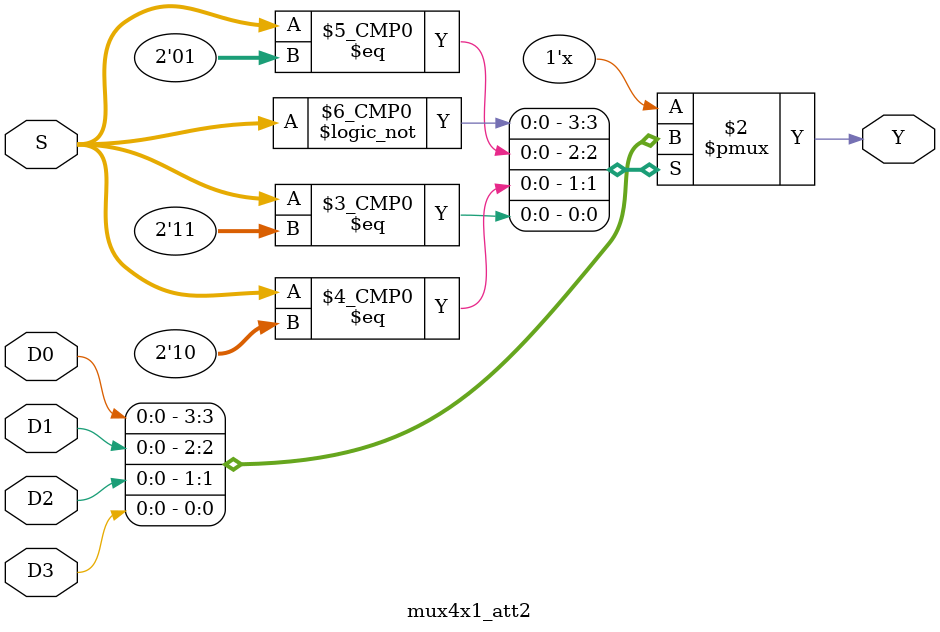
<source format=v>
module mux4x1_att2(
    input D0, D1, D2, D3,
    input [1:0]S,
    output reg Y
);

always @ (*) begin
   case (S)
    2'b00: Y = D0;
    2'b01: Y = D1;
    2'b10: Y = D2;
    2'b11: Y = D3;
    default: Y = 0;
   endcase    
end

endmodule
</source>
